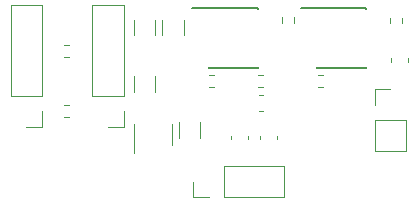
<source format=gbr>
G04 #@! TF.FileFunction,Legend,Top*
%FSLAX46Y46*%
G04 Gerber Fmt 4.6, Leading zero omitted, Abs format (unit mm)*
G04 Created by KiCad (PCBNEW 4.0.7-e2-6376~60~ubuntu17.10.1) date Wed Nov 22 12:07:43 2017*
%MOMM*%
%LPD*%
G01*
G04 APERTURE LIST*
%ADD10C,0.100000*%
%ADD11C,0.120000*%
%ADD12C,0.150000*%
G04 APERTURE END LIST*
D10*
D11*
X109290000Y-107345000D02*
X109290000Y-106045000D01*
X111110000Y-107345000D02*
X111110000Y-106045000D01*
X110690000Y-116045000D02*
X110690000Y-114745000D01*
X112510000Y-116045000D02*
X112510000Y-114745000D01*
X106890000Y-112145000D02*
X106890000Y-110845000D01*
X108710000Y-112145000D02*
X108710000Y-110845000D01*
X100940464Y-113290000D02*
X101380464Y-113290000D01*
X100940464Y-114310000D02*
X101380464Y-114310000D01*
X100940464Y-108194414D02*
X101380464Y-108194414D01*
X100940464Y-109214414D02*
X101380464Y-109214414D01*
X117795000Y-111710000D02*
X117355000Y-111710000D01*
X117795000Y-110690000D02*
X117355000Y-110690000D01*
X129610000Y-105905000D02*
X129610000Y-106345000D01*
X128590000Y-105905000D02*
X128590000Y-106345000D01*
X122895000Y-111710000D02*
X122455000Y-111710000D01*
X122895000Y-110690000D02*
X122455000Y-110690000D01*
X120410000Y-105855000D02*
X120410000Y-106295000D01*
X119390000Y-105855000D02*
X119390000Y-106295000D01*
X113695000Y-111710000D02*
X113255000Y-111710000D01*
X113695000Y-110690000D02*
X113255000Y-110690000D01*
X127270000Y-117130000D02*
X129930000Y-117130000D01*
X127270000Y-114530000D02*
X127270000Y-117130000D01*
X129930000Y-114530000D02*
X129930000Y-117130000D01*
X127270000Y-114530000D02*
X129930000Y-114530000D01*
X127270000Y-113260000D02*
X127270000Y-111930000D01*
X127270000Y-111930000D02*
X128600000Y-111930000D01*
X106030000Y-104830000D02*
X103370000Y-104830000D01*
X106030000Y-112510000D02*
X106030000Y-104830000D01*
X103370000Y-112510000D02*
X103370000Y-104830000D01*
X106030000Y-112510000D02*
X103370000Y-112510000D01*
X106030000Y-113780000D02*
X106030000Y-115110000D01*
X106030000Y-115110000D02*
X104700000Y-115110000D01*
X119625163Y-121098751D02*
X119625163Y-118438751D01*
X114485163Y-121098751D02*
X119625163Y-121098751D01*
X114485163Y-118438751D02*
X119625163Y-118438751D01*
X114485163Y-121098751D02*
X114485163Y-118438751D01*
X113215163Y-121098751D02*
X111885163Y-121098751D01*
X111885163Y-121098751D02*
X111885163Y-119768751D01*
X99115464Y-104834414D02*
X96455464Y-104834414D01*
X99115464Y-112514414D02*
X99115464Y-104834414D01*
X96455464Y-112514414D02*
X96455464Y-104834414D01*
X99115464Y-112514414D02*
X96455464Y-112514414D01*
X99115464Y-113784414D02*
X99115464Y-115114414D01*
X99115464Y-115114414D02*
X97785464Y-115114414D01*
X108710000Y-106045000D02*
X108710000Y-107345000D01*
X106890000Y-106045000D02*
X106890000Y-107345000D01*
X130110000Y-109305000D02*
X130110000Y-109605000D01*
X128690000Y-109305000D02*
X128690000Y-109605000D01*
X117605163Y-116163751D02*
X117605163Y-115863751D01*
X119025163Y-116163751D02*
X119025163Y-115863751D01*
X115105163Y-116163751D02*
X115105163Y-115863751D01*
X116525163Y-116163751D02*
X116525163Y-115863751D01*
X117495000Y-112390000D02*
X117795000Y-112390000D01*
X117495000Y-113810000D02*
X117795000Y-113810000D01*
D12*
X113225000Y-105025000D02*
X113225000Y-105075000D01*
X117375000Y-105025000D02*
X117375000Y-105170000D01*
X117375000Y-110175000D02*
X117375000Y-110030000D01*
X113225000Y-110175000D02*
X113225000Y-110030000D01*
X113225000Y-105025000D02*
X117375000Y-105025000D01*
X113225000Y-110175000D02*
X117375000Y-110175000D01*
X113225000Y-105075000D02*
X111825000Y-105075000D01*
X122425000Y-105025000D02*
X122425000Y-105075000D01*
X126575000Y-105025000D02*
X126575000Y-105170000D01*
X126575000Y-110175000D02*
X126575000Y-110030000D01*
X122425000Y-110175000D02*
X122425000Y-110030000D01*
X122425000Y-105025000D02*
X126575000Y-105025000D01*
X122425000Y-110175000D02*
X126575000Y-110175000D01*
X122425000Y-105075000D02*
X121025000Y-105075000D01*
D11*
X110110000Y-116700000D02*
X110110000Y-114900000D01*
X106890000Y-114900000D02*
X106890000Y-117350000D01*
M02*

</source>
